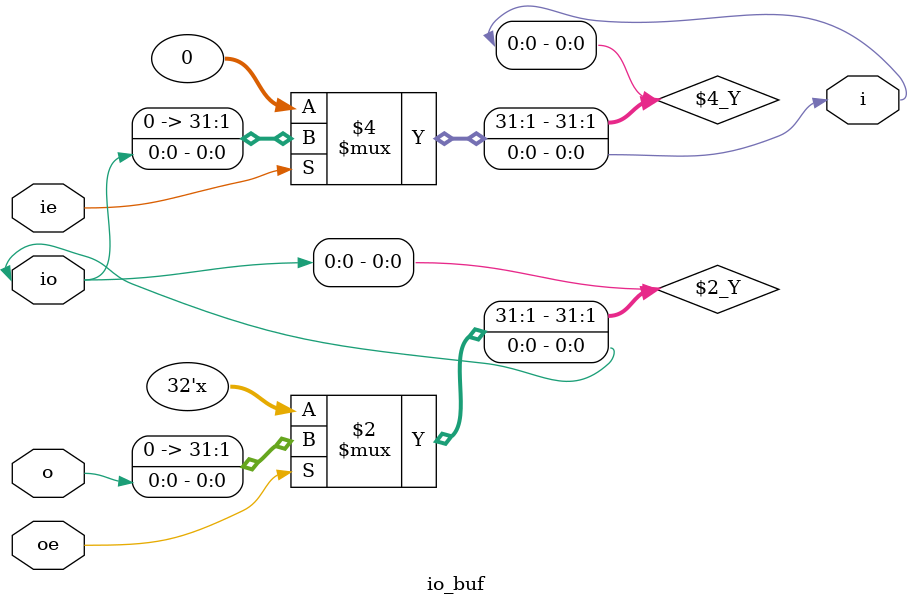
<source format=v>
`default_nettype wire

module io_buf (
    inout io,
    input o,
    output i,
    input oe,
    input ie
);

    assign io = oe ? o : 'bz;
    assign i = ie ? io : 'b0;

endmodule
</source>
